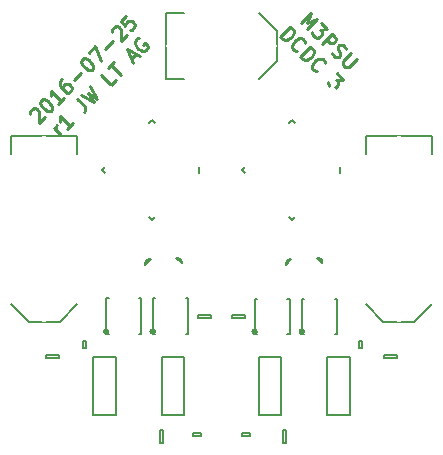
<source format=gto>
G04 #@! TF.FileFunction,Legend,Top*
%FSLAX46Y46*%
G04 Gerber Fmt 4.6, Leading zero omitted, Abs format (unit mm)*
G04 Created by KiCad (PCBNEW 4.1.0-alpha+201605071002+6776~44~ubuntu14.04.1-product) date Mon 25 Jul 2016 08:32:17 BST*
%MOMM*%
%LPD*%
G01*
G04 APERTURE LIST*
%ADD10C,0.100000*%
%ADD11C,0.250000*%
%ADD12C,0.150000*%
%ADD13R,0.450000X0.450000*%
%ADD14R,2.450000X1.036000*%
%ADD15R,2.450000X0.562000*%
%ADD16R,0.740000X2.920000*%
%ADD17R,0.950000X1.000000*%
%ADD18R,0.620000X0.620000*%
%ADD19R,1.000000X0.950000*%
%ADD20R,1.400000X4.200000*%
%ADD21C,1.200000*%
%ADD22R,2.920000X0.740000*%
%ADD23R,1.450000X1.150000*%
%ADD24R,1.150000X1.450000*%
G04 APERTURE END LIST*
D10*
D11*
X83779935Y-90242780D02*
X83779935Y-90161968D01*
X83820341Y-90040749D01*
X84022372Y-89838719D01*
X84143590Y-89798313D01*
X84224402Y-89798313D01*
X84345621Y-89838719D01*
X84426433Y-89919531D01*
X84507245Y-90081156D01*
X84507245Y-91050902D01*
X85032524Y-90525623D01*
X84709275Y-89151815D02*
X84790088Y-89071003D01*
X84911306Y-89030597D01*
X84992118Y-89030597D01*
X85113337Y-89071003D01*
X85315367Y-89192221D01*
X85517398Y-89394252D01*
X85638616Y-89596282D01*
X85679022Y-89717501D01*
X85679022Y-89798313D01*
X85638616Y-89919531D01*
X85557804Y-90000343D01*
X85436585Y-90040749D01*
X85355773Y-90040749D01*
X85234555Y-90000343D01*
X85032524Y-89879125D01*
X84830494Y-89677094D01*
X84709275Y-89475064D01*
X84668869Y-89353846D01*
X84668869Y-89273033D01*
X84709275Y-89151815D01*
X86648768Y-88909379D02*
X86163895Y-89394252D01*
X86406332Y-89151815D02*
X85557804Y-88303287D01*
X85598210Y-88505318D01*
X85598210Y-88666942D01*
X85557804Y-88788160D01*
X86527550Y-87333541D02*
X86365926Y-87495165D01*
X86325520Y-87616383D01*
X86325520Y-87697196D01*
X86365926Y-87899226D01*
X86487144Y-88101257D01*
X86810393Y-88424505D01*
X86931611Y-88464911D01*
X87012423Y-88464911D01*
X87133642Y-88424505D01*
X87295266Y-88262881D01*
X87335672Y-88141663D01*
X87335672Y-88060850D01*
X87295266Y-87939632D01*
X87093235Y-87737602D01*
X86972017Y-87697196D01*
X86891205Y-87697196D01*
X86769987Y-87737602D01*
X86608362Y-87899226D01*
X86567956Y-88020444D01*
X86567956Y-88101257D01*
X86608362Y-88222475D01*
X87497297Y-87414353D02*
X88143794Y-86767855D01*
X88184200Y-85676890D02*
X88265012Y-85596078D01*
X88386231Y-85555672D01*
X88467043Y-85555672D01*
X88588261Y-85596078D01*
X88790292Y-85717297D01*
X88992322Y-85919327D01*
X89113541Y-86121358D01*
X89153947Y-86242576D01*
X89153947Y-86323388D01*
X89113541Y-86444606D01*
X89032728Y-86525419D01*
X88911510Y-86565825D01*
X88830698Y-86565825D01*
X88709480Y-86525419D01*
X88507449Y-86404200D01*
X88305419Y-86202170D01*
X88184200Y-86000139D01*
X88143794Y-85878921D01*
X88143794Y-85798109D01*
X88184200Y-85676890D01*
X88749886Y-85111205D02*
X89315571Y-84545520D01*
X89800444Y-85757703D01*
X90164099Y-84747550D02*
X90810597Y-84101052D01*
X90729785Y-83292930D02*
X90729785Y-83212118D01*
X90770191Y-83090900D01*
X90972221Y-82888869D01*
X91093440Y-82848463D01*
X91174252Y-82848463D01*
X91295470Y-82888869D01*
X91376282Y-82969682D01*
X91457094Y-83131306D01*
X91457094Y-84101052D01*
X91982374Y-83575773D01*
X91901562Y-81959529D02*
X91497501Y-82363590D01*
X91861156Y-82808057D01*
X91861156Y-82727245D01*
X91901562Y-82606027D01*
X92103592Y-82403996D01*
X92224810Y-82363590D01*
X92305623Y-82363590D01*
X92426841Y-82403996D01*
X92628871Y-82606027D01*
X92669278Y-82727245D01*
X92669278Y-82808057D01*
X92628871Y-82929275D01*
X92426841Y-83131306D01*
X92305623Y-83171712D01*
X92224810Y-83171712D01*
X86421484Y-92035801D02*
X85855799Y-91470115D01*
X86017423Y-91631740D02*
X85977017Y-91510521D01*
X85977017Y-91429709D01*
X86017423Y-91308491D01*
X86098235Y-91227679D01*
X87391231Y-91066054D02*
X86906357Y-91550928D01*
X87148794Y-91308491D02*
X86300266Y-90459963D01*
X86340672Y-90661993D01*
X86340672Y-90823618D01*
X86300266Y-90944836D01*
X87795292Y-88964937D02*
X88401383Y-89571029D01*
X88482195Y-89732653D01*
X88482195Y-89894277D01*
X88401383Y-90055902D01*
X88320571Y-90136714D01*
X88118540Y-88641688D02*
X89169099Y-89288186D01*
X88724632Y-88520470D01*
X89492348Y-88964937D01*
X88845850Y-87914378D01*
X91068186Y-87389099D02*
X90664125Y-87793160D01*
X89815597Y-86944632D01*
X90381282Y-86378947D02*
X90866155Y-85894073D01*
X91472247Y-86985038D02*
X90623719Y-86136510D01*
X92361181Y-85611231D02*
X92765242Y-85207170D01*
X92522806Y-85934479D02*
X91957120Y-84803109D01*
X93088491Y-85368794D01*
X93007679Y-83833362D02*
X92886460Y-83873768D01*
X92765242Y-83994987D01*
X92684430Y-84156611D01*
X92684430Y-84318235D01*
X92724836Y-84439454D01*
X92846054Y-84641484D01*
X92967273Y-84762702D01*
X93169303Y-84883921D01*
X93290521Y-84924327D01*
X93452146Y-84924327D01*
X93613770Y-84843515D01*
X93694582Y-84762702D01*
X93775395Y-84601078D01*
X93775395Y-84520266D01*
X93492552Y-84237423D01*
X93330928Y-84399048D01*
X106691230Y-82529378D02*
X107539758Y-81680849D01*
X107216509Y-82569784D01*
X108105443Y-82246535D01*
X107256915Y-83095063D01*
X108428692Y-82569784D02*
X108953971Y-83095063D01*
X108347880Y-83135469D01*
X108469098Y-83256687D01*
X108509504Y-83377906D01*
X108509504Y-83458718D01*
X108469098Y-83579936D01*
X108267068Y-83781967D01*
X108145849Y-83822373D01*
X108065037Y-83822373D01*
X107943819Y-83781967D01*
X107701382Y-83539530D01*
X107660976Y-83418312D01*
X107660976Y-83337500D01*
X108469098Y-84307246D02*
X109317626Y-83458718D01*
X109640875Y-83781967D01*
X109681281Y-83903185D01*
X109681281Y-83983997D01*
X109640875Y-84105216D01*
X109519657Y-84226434D01*
X109398438Y-84266840D01*
X109317626Y-84266840D01*
X109196408Y-84226434D01*
X108873159Y-83903185D01*
X109317626Y-85074962D02*
X109398438Y-85236586D01*
X109600469Y-85438617D01*
X109721687Y-85479023D01*
X109802499Y-85479023D01*
X109923718Y-85438617D01*
X110004530Y-85357805D01*
X110044936Y-85236586D01*
X110044936Y-85155774D01*
X110004530Y-85034556D01*
X109883312Y-84832525D01*
X109842906Y-84711307D01*
X109842906Y-84630495D01*
X109883312Y-84509277D01*
X109964124Y-84428464D01*
X110085342Y-84388058D01*
X110166154Y-84388058D01*
X110287373Y-84428464D01*
X110489403Y-84630495D01*
X110570215Y-84792119D01*
X110974276Y-85115368D02*
X110287373Y-85802272D01*
X110246967Y-85923490D01*
X110246967Y-86004302D01*
X110287373Y-86125521D01*
X110448997Y-86287145D01*
X110570215Y-86327551D01*
X110651028Y-86327551D01*
X110772246Y-86287145D01*
X111459150Y-85600241D01*
X104979021Y-83716307D02*
X105827549Y-82867779D01*
X106029580Y-83069809D01*
X106110392Y-83231434D01*
X106110392Y-83393058D01*
X106069986Y-83514276D01*
X105948767Y-83716307D01*
X105827549Y-83837525D01*
X105625519Y-83958743D01*
X105504300Y-83999150D01*
X105342676Y-83999150D01*
X105181051Y-83918337D01*
X104979021Y-83716307D01*
X106393234Y-84968896D02*
X106312422Y-84968896D01*
X106150798Y-84888084D01*
X106069986Y-84807272D01*
X105989173Y-84645647D01*
X105989173Y-84484023D01*
X106029580Y-84362804D01*
X106150798Y-84160774D01*
X106272016Y-84039556D01*
X106474047Y-83918337D01*
X106595265Y-83877931D01*
X106756889Y-83877931D01*
X106918514Y-83958743D01*
X106999326Y-84039556D01*
X107080138Y-84201180D01*
X107080138Y-84281992D01*
X106676077Y-85413363D02*
X107524605Y-84564835D01*
X107726636Y-84766866D01*
X107807448Y-84928490D01*
X107807448Y-85090114D01*
X107767042Y-85211333D01*
X107645824Y-85413363D01*
X107524605Y-85534581D01*
X107322575Y-85655800D01*
X107201357Y-85696206D01*
X107039732Y-85696206D01*
X106878108Y-85615394D01*
X106676077Y-85413363D01*
X108090291Y-86665952D02*
X108009479Y-86665952D01*
X107847854Y-86585140D01*
X107767042Y-86504328D01*
X107686230Y-86342703D01*
X107686230Y-86181079D01*
X107726636Y-86059861D01*
X107847854Y-85857830D01*
X107969072Y-85736612D01*
X108171103Y-85615394D01*
X108292321Y-85574988D01*
X108453946Y-85574988D01*
X108615570Y-85655800D01*
X108696382Y-85736612D01*
X108777195Y-85898236D01*
X108777195Y-85979049D01*
X109787347Y-86827577D02*
X110312626Y-87352856D01*
X109706535Y-87393262D01*
X109827753Y-87514480D01*
X109868159Y-87635699D01*
X109868159Y-87716511D01*
X109827753Y-87837729D01*
X109625723Y-88039760D01*
X109504504Y-88080166D01*
X109423692Y-88080166D01*
X109302474Y-88039760D01*
X109060037Y-87797323D01*
X109019631Y-87676105D01*
X109019631Y-87595293D01*
D12*
X102911803Y-108700000D02*
G75*
G03X102911803Y-108700000I-111803J0D01*
G01*
X103000000Y-108700000D02*
G75*
G03X103000000Y-108700000I-200000J0D01*
G01*
X102800000Y-105900000D02*
X103020000Y-105900000D01*
X102800000Y-108900000D02*
X103020000Y-108900000D01*
X105800000Y-108900000D02*
X105580000Y-108900000D01*
X105800000Y-105900000D02*
X105580000Y-105900000D01*
X102800000Y-105900000D02*
X102800000Y-108900000D01*
X105800000Y-105900000D02*
X105800000Y-108900000D01*
X94286803Y-108686000D02*
G75*
G03X94286803Y-108686000I-111803J0D01*
G01*
X94375000Y-108686000D02*
G75*
G03X94375000Y-108686000I-200000J0D01*
G01*
X94175000Y-105886000D02*
X94395000Y-105886000D01*
X94175000Y-108886000D02*
X94395000Y-108886000D01*
X97175000Y-108886000D02*
X96955000Y-108886000D01*
X97175000Y-105886000D02*
X96955000Y-105886000D01*
X94175000Y-105886000D02*
X94175000Y-108886000D01*
X97175000Y-105886000D02*
X97175000Y-108886000D01*
X106911803Y-108700000D02*
G75*
G03X106911803Y-108700000I-111803J0D01*
G01*
X107000000Y-108700000D02*
G75*
G03X107000000Y-108700000I-200000J0D01*
G01*
X106800000Y-105900000D02*
X107020000Y-105900000D01*
X106800000Y-108900000D02*
X107020000Y-108900000D01*
X109800000Y-108900000D02*
X109580000Y-108900000D01*
X109800000Y-105900000D02*
X109580000Y-105900000D01*
X106800000Y-105900000D02*
X106800000Y-108900000D01*
X109800000Y-105900000D02*
X109800000Y-108900000D01*
X90336803Y-108686000D02*
G75*
G03X90336803Y-108686000I-111803J0D01*
G01*
X90425000Y-108686000D02*
G75*
G03X90425000Y-108686000I-200000J0D01*
G01*
X90225000Y-105886000D02*
X90445000Y-105886000D01*
X90225000Y-108886000D02*
X90445000Y-108886000D01*
X93225000Y-108886000D02*
X93005000Y-108886000D01*
X93225000Y-105886000D02*
X93005000Y-105886000D01*
X90225000Y-105886000D02*
X90225000Y-108886000D01*
X93225000Y-105886000D02*
X93225000Y-108886000D01*
X96810000Y-81715000D02*
X95310000Y-81715000D01*
X95310000Y-81715000D02*
X95310000Y-87285000D01*
X95310000Y-87285000D02*
X96810000Y-87285000D01*
X103190000Y-87285000D02*
X104690000Y-85785000D01*
X104690000Y-85785000D02*
X104690000Y-83215000D01*
X104690000Y-83215000D02*
X103190000Y-81715000D01*
X88525000Y-110125000D02*
X88275000Y-110125000D01*
X88275000Y-110125000D02*
X88275000Y-109475000D01*
X88275000Y-109475000D02*
X88525000Y-109475000D01*
X88525000Y-109475000D02*
X88525000Y-110125000D01*
X97575000Y-117525000D02*
X97575000Y-117275000D01*
X97575000Y-117275000D02*
X98225000Y-117275000D01*
X98225000Y-117275000D02*
X98225000Y-117525000D01*
X98225000Y-117525000D02*
X97575000Y-117525000D01*
X102425000Y-117275000D02*
X102425000Y-117525000D01*
X102425000Y-117525000D02*
X101775000Y-117525000D01*
X101775000Y-117525000D02*
X101775000Y-117275000D01*
X101775000Y-117275000D02*
X102425000Y-117275000D01*
X91050000Y-115725000D02*
X89150000Y-115725000D01*
X89150000Y-115725000D02*
X89150000Y-110875000D01*
X89150000Y-110875000D02*
X91050000Y-110875000D01*
X91050000Y-110875000D02*
X91050000Y-115725000D01*
X94950000Y-110875000D02*
X96850000Y-110875000D01*
X96850000Y-110875000D02*
X96850000Y-115725000D01*
X96850000Y-115725000D02*
X94950000Y-115725000D01*
X94950000Y-115725000D02*
X94950000Y-110875000D01*
X110850000Y-115725000D02*
X108950000Y-115725000D01*
X108950000Y-115725000D02*
X108950000Y-110875000D01*
X108950000Y-110875000D02*
X110850000Y-110875000D01*
X110850000Y-110875000D02*
X110850000Y-115725000D01*
X117785000Y-93635000D02*
X117785000Y-92135000D01*
X117785000Y-92135000D02*
X112215000Y-92135000D01*
X112215000Y-92135000D02*
X112215000Y-93635000D01*
X112215000Y-106365000D02*
X113715000Y-107865000D01*
X113715000Y-107865000D02*
X116285000Y-107865000D01*
X116285000Y-107865000D02*
X117785000Y-106365000D01*
X87785000Y-93635000D02*
X87785000Y-92135000D01*
X87785000Y-92135000D02*
X82215000Y-92135000D01*
X82215000Y-92135000D02*
X82215000Y-93635000D01*
X82215000Y-106365000D02*
X83715000Y-107865000D01*
X83715000Y-107865000D02*
X86285000Y-107865000D01*
X86285000Y-107865000D02*
X87785000Y-106365000D01*
X98095153Y-94752513D02*
X98095153Y-95247487D01*
X94347487Y-98995153D02*
X94100000Y-99242641D01*
X94100000Y-99242641D02*
X93852513Y-98995153D01*
X90104847Y-94752513D02*
X89857359Y-95000000D01*
X89857359Y-95000000D02*
X90104847Y-95247487D01*
X93852513Y-91004847D02*
X94100000Y-90757359D01*
X94100000Y-90757359D02*
X94347487Y-91004847D01*
X93611612Y-102611612D02*
X94018198Y-102558579D01*
X93611612Y-102611612D02*
X93558579Y-103018198D01*
X94018198Y-102558579D02*
X93558579Y-103018198D01*
X96588388Y-102511612D02*
X96641421Y-102918198D01*
X96588388Y-102511612D02*
X96181802Y-102458579D01*
X96641421Y-102918198D02*
X96181802Y-102458579D01*
X105511612Y-102611612D02*
X105918198Y-102558579D01*
X105511612Y-102611612D02*
X105458579Y-103018198D01*
X105918198Y-102558579D02*
X105458579Y-103018198D01*
X108488388Y-102511612D02*
X108541421Y-102918198D01*
X108488388Y-102511612D02*
X108081802Y-102458579D01*
X108541421Y-102918198D02*
X108081802Y-102458579D01*
X86250000Y-110675000D02*
X86250000Y-110925000D01*
X86250000Y-110925000D02*
X85150000Y-110925000D01*
X85150000Y-110925000D02*
X85150000Y-110675000D01*
X85150000Y-110675000D02*
X86250000Y-110675000D01*
X98050000Y-107525000D02*
X98050000Y-107275000D01*
X98050000Y-107275000D02*
X99150000Y-107275000D01*
X99150000Y-107275000D02*
X99150000Y-107525000D01*
X99150000Y-107525000D02*
X98050000Y-107525000D01*
X95025000Y-118150000D02*
X94775000Y-118150000D01*
X94775000Y-118150000D02*
X94775000Y-117050000D01*
X94775000Y-117050000D02*
X95025000Y-117050000D01*
X95025000Y-117050000D02*
X95025000Y-118150000D01*
X100850000Y-107525000D02*
X100850000Y-107275000D01*
X100850000Y-107275000D02*
X101950000Y-107275000D01*
X101950000Y-107275000D02*
X101950000Y-107525000D01*
X101950000Y-107525000D02*
X100850000Y-107525000D01*
X114850000Y-110675000D02*
X114850000Y-110925000D01*
X114850000Y-110925000D02*
X113750000Y-110925000D01*
X113750000Y-110925000D02*
X113750000Y-110675000D01*
X113750000Y-110675000D02*
X114850000Y-110675000D01*
X109995153Y-94752513D02*
X109995153Y-95247487D01*
X106247487Y-98995153D02*
X106000000Y-99242641D01*
X106000000Y-99242641D02*
X105752513Y-98995153D01*
X102004847Y-94752513D02*
X101757359Y-95000000D01*
X101757359Y-95000000D02*
X102004847Y-95247487D01*
X105752513Y-91004847D02*
X106000000Y-90757359D01*
X106000000Y-90757359D02*
X106247487Y-91004847D01*
X111925000Y-110125000D02*
X111675000Y-110125000D01*
X111675000Y-110125000D02*
X111675000Y-109475000D01*
X111675000Y-109475000D02*
X111925000Y-109475000D01*
X111925000Y-109475000D02*
X111925000Y-110125000D01*
X105050000Y-115725000D02*
X103150000Y-115725000D01*
X103150000Y-115725000D02*
X103150000Y-110875000D01*
X103150000Y-110875000D02*
X105050000Y-110875000D01*
X105050000Y-110875000D02*
X105050000Y-115725000D01*
X105175000Y-117050000D02*
X105425000Y-117050000D01*
X105425000Y-117050000D02*
X105425000Y-118150000D01*
X105425000Y-118150000D02*
X105175000Y-118150000D01*
X105175000Y-118150000D02*
X105175000Y-117050000D01*
%LPC*%
D13*
X105275000Y-108786000D03*
X104625000Y-108786000D03*
X103325000Y-108786000D03*
X103975000Y-108786000D03*
X103325000Y-106014000D03*
X103975000Y-106014000D03*
X104625000Y-106014000D03*
X105275000Y-106014000D03*
D14*
X104300000Y-106966000D03*
D15*
X104300000Y-108071000D03*
D13*
X96650000Y-108772000D03*
X96000000Y-108772000D03*
X94700000Y-108772000D03*
X95350000Y-108772000D03*
X94700000Y-106000000D03*
X95350000Y-106000000D03*
X96000000Y-106000000D03*
X96650000Y-106000000D03*
D14*
X95675000Y-106952000D03*
D15*
X95675000Y-108057000D03*
D13*
X109275000Y-108786000D03*
X108625000Y-108786000D03*
X107325000Y-108786000D03*
X107975000Y-108786000D03*
X107325000Y-106014000D03*
X107975000Y-106014000D03*
X108625000Y-106014000D03*
X109275000Y-106014000D03*
D14*
X108300000Y-106966000D03*
D15*
X108300000Y-108071000D03*
D13*
X92700000Y-108772000D03*
X92050000Y-108772000D03*
X90750000Y-108772000D03*
X91400000Y-108772000D03*
X90750000Y-106000000D03*
X91400000Y-106000000D03*
X92050000Y-106000000D03*
X92700000Y-106000000D03*
D14*
X91725000Y-106952000D03*
D15*
X91725000Y-108057000D03*
D10*
G36*
X92856604Y-90818198D02*
X92418198Y-91256604D01*
X91979792Y-90818198D01*
X92418198Y-90379792D01*
X92856604Y-90818198D01*
X92856604Y-90818198D01*
G37*
G36*
X92220208Y-90181802D02*
X91781802Y-90620208D01*
X91343396Y-90181802D01*
X91781802Y-89743396D01*
X92220208Y-90181802D01*
X92220208Y-90181802D01*
G37*
G36*
X104756604Y-90818198D02*
X104318198Y-91256604D01*
X103879792Y-90818198D01*
X104318198Y-90379792D01*
X104756604Y-90818198D01*
X104756604Y-90818198D01*
G37*
G36*
X104120208Y-90181802D02*
X103681802Y-90620208D01*
X103243396Y-90181802D01*
X103681802Y-89743396D01*
X104120208Y-90181802D01*
X104120208Y-90181802D01*
G37*
G36*
X107918198Y-100043396D02*
X108356604Y-100481802D01*
X107918198Y-100920208D01*
X107479792Y-100481802D01*
X107918198Y-100043396D01*
X107918198Y-100043396D01*
G37*
G36*
X107281802Y-100679792D02*
X107720208Y-101118198D01*
X107281802Y-101556604D01*
X106843396Y-101118198D01*
X107281802Y-100679792D01*
X107281802Y-100679792D01*
G37*
G36*
X96018198Y-100043396D02*
X96456604Y-100481802D01*
X96018198Y-100920208D01*
X95579792Y-100481802D01*
X96018198Y-100043396D01*
X96018198Y-100043396D01*
G37*
G36*
X95381802Y-100679792D02*
X95820208Y-101118198D01*
X95381802Y-101556604D01*
X94943396Y-101118198D01*
X95381802Y-100679792D01*
X95381802Y-100679792D01*
G37*
G36*
X92743396Y-88781802D02*
X93181802Y-88343396D01*
X93620208Y-88781802D01*
X93181802Y-89220208D01*
X92743396Y-88781802D01*
X92743396Y-88781802D01*
G37*
G36*
X93379792Y-89418198D02*
X93818198Y-88979792D01*
X94256604Y-89418198D01*
X93818198Y-89856604D01*
X93379792Y-89418198D01*
X93379792Y-89418198D01*
G37*
D16*
X97460000Y-86215000D03*
X97460000Y-82785000D03*
X98730000Y-86215000D03*
X98730000Y-82785000D03*
X100000000Y-86215000D03*
X100000000Y-82785000D03*
X101270000Y-86215000D03*
X101270000Y-82785000D03*
X102540000Y-86215000D03*
X102540000Y-82785000D03*
D10*
G36*
X104643396Y-88781802D02*
X105081802Y-88343396D01*
X105520208Y-88781802D01*
X105081802Y-89220208D01*
X104643396Y-88781802D01*
X104643396Y-88781802D01*
G37*
G36*
X105279792Y-89418198D02*
X105718198Y-88979792D01*
X106156604Y-89418198D01*
X105718198Y-89856604D01*
X105279792Y-89418198D01*
X105279792Y-89418198D01*
G37*
D17*
X89200000Y-109800000D03*
X87600000Y-109800000D03*
D10*
G36*
X90381802Y-99356604D02*
X89943396Y-98918198D01*
X90381802Y-98479792D01*
X90820208Y-98918198D01*
X90381802Y-99356604D01*
X90381802Y-99356604D01*
G37*
G36*
X91018198Y-98720208D02*
X90579792Y-98281802D01*
X91018198Y-97843396D01*
X91456604Y-98281802D01*
X91018198Y-98720208D01*
X91018198Y-98720208D01*
G37*
G36*
X91318198Y-88543396D02*
X91756604Y-88981802D01*
X91318198Y-89420208D01*
X90879792Y-88981802D01*
X91318198Y-88543396D01*
X91318198Y-88543396D01*
G37*
G36*
X90681802Y-89179792D02*
X91120208Y-89618198D01*
X90681802Y-90056604D01*
X90243396Y-89618198D01*
X90681802Y-89179792D01*
X90681802Y-89179792D01*
G37*
G36*
X91456604Y-92218198D02*
X91018198Y-92656604D01*
X90579792Y-92218198D01*
X91018198Y-91779792D01*
X91456604Y-92218198D01*
X91456604Y-92218198D01*
G37*
G36*
X90820208Y-91581802D02*
X90381802Y-92020208D01*
X89943396Y-91581802D01*
X90381802Y-91143396D01*
X90820208Y-91581802D01*
X90820208Y-91581802D01*
G37*
G36*
X90618198Y-87843396D02*
X91056604Y-88281802D01*
X90618198Y-88720208D01*
X90179792Y-88281802D01*
X90618198Y-87843396D01*
X90618198Y-87843396D01*
G37*
G36*
X89981802Y-88479792D02*
X90420208Y-88918198D01*
X89981802Y-89356604D01*
X89543396Y-88918198D01*
X89981802Y-88479792D01*
X89981802Y-88479792D01*
G37*
G36*
X90756604Y-92918198D02*
X90318198Y-93356604D01*
X89879792Y-92918198D01*
X90318198Y-92479792D01*
X90756604Y-92918198D01*
X90756604Y-92918198D01*
G37*
G36*
X90120208Y-92281802D02*
X89681802Y-92720208D01*
X89243396Y-92281802D01*
X89681802Y-91843396D01*
X90120208Y-92281802D01*
X90120208Y-92281802D01*
G37*
D18*
X99100000Y-99850000D03*
X99100000Y-98950000D03*
D10*
G36*
X96981802Y-90256604D02*
X96543396Y-89818198D01*
X96981802Y-89379792D01*
X97420208Y-89818198D01*
X96981802Y-90256604D01*
X96981802Y-90256604D01*
G37*
G36*
X97618198Y-89620208D02*
X97179792Y-89181802D01*
X97618198Y-88743396D01*
X98056604Y-89181802D01*
X97618198Y-89620208D01*
X97618198Y-89620208D01*
G37*
D18*
X98700000Y-97950000D03*
X98700000Y-97050000D03*
D10*
G36*
X90643396Y-90881802D02*
X91081802Y-90443396D01*
X91520208Y-90881802D01*
X91081802Y-91320208D01*
X90643396Y-90881802D01*
X90643396Y-90881802D01*
G37*
G36*
X91279792Y-91518198D02*
X91718198Y-91079792D01*
X92156604Y-91518198D01*
X91718198Y-91956604D01*
X91279792Y-91518198D01*
X91279792Y-91518198D01*
G37*
D19*
X97900000Y-118200000D03*
X97900000Y-116600000D03*
X102100000Y-116600000D03*
X102100000Y-118200000D03*
D10*
G36*
X103138406Y-100200000D02*
X102700000Y-100638406D01*
X102261594Y-100200000D01*
X102700000Y-99761594D01*
X103138406Y-100200000D01*
X103138406Y-100200000D01*
G37*
G36*
X102502010Y-99563604D02*
X102063604Y-100002010D01*
X101625198Y-99563604D01*
X102063604Y-99125198D01*
X102502010Y-99563604D01*
X102502010Y-99563604D01*
G37*
G36*
X113081802Y-90756604D02*
X112643396Y-90318198D01*
X113081802Y-89879792D01*
X113520208Y-90318198D01*
X113081802Y-90756604D01*
X113081802Y-90756604D01*
G37*
G36*
X113718198Y-90120208D02*
X113279792Y-89681802D01*
X113718198Y-89243396D01*
X114156604Y-89681802D01*
X113718198Y-90120208D01*
X113718198Y-90120208D01*
G37*
G36*
X103356604Y-92218198D02*
X102918198Y-92656604D01*
X102479792Y-92218198D01*
X102918198Y-91779792D01*
X103356604Y-92218198D01*
X103356604Y-92218198D01*
G37*
G36*
X102720208Y-91581802D02*
X102281802Y-92020208D01*
X101843396Y-91581802D01*
X102281802Y-91143396D01*
X102720208Y-91581802D01*
X102720208Y-91581802D01*
G37*
G36*
X113781802Y-91456604D02*
X113343396Y-91018198D01*
X113781802Y-90579792D01*
X114220208Y-91018198D01*
X113781802Y-91456604D01*
X113781802Y-91456604D01*
G37*
G36*
X114418198Y-90820208D02*
X113979792Y-90381802D01*
X114418198Y-89943396D01*
X114856604Y-90381802D01*
X114418198Y-90820208D01*
X114418198Y-90820208D01*
G37*
G36*
X102418198Y-92643396D02*
X102856604Y-93081802D01*
X102418198Y-93520208D01*
X101979792Y-93081802D01*
X102418198Y-92643396D01*
X102418198Y-92643396D01*
G37*
G36*
X101781802Y-93279792D02*
X102220208Y-93718198D01*
X101781802Y-94156604D01*
X101343396Y-93718198D01*
X101781802Y-93279792D01*
X101781802Y-93279792D01*
G37*
G36*
X110036396Y-88525198D02*
X110474802Y-88963604D01*
X110036396Y-89402010D01*
X109597990Y-88963604D01*
X110036396Y-88525198D01*
X110036396Y-88525198D01*
G37*
G36*
X109400000Y-89161594D02*
X109838406Y-89600000D01*
X109400000Y-90038406D01*
X108961594Y-89600000D01*
X109400000Y-89161594D01*
X109400000Y-89161594D01*
G37*
G36*
X112756604Y-89718198D02*
X112318198Y-90156604D01*
X111879792Y-89718198D01*
X112318198Y-89279792D01*
X112756604Y-89718198D01*
X112756604Y-89718198D01*
G37*
G36*
X112120208Y-89081802D02*
X111681802Y-89520208D01*
X111243396Y-89081802D01*
X111681802Y-88643396D01*
X112120208Y-89081802D01*
X112120208Y-89081802D01*
G37*
G36*
X109336396Y-87825198D02*
X109774802Y-88263604D01*
X109336396Y-88702010D01*
X108897990Y-88263604D01*
X109336396Y-87825198D01*
X109336396Y-87825198D01*
G37*
G36*
X108700000Y-88461594D02*
X109138406Y-88900000D01*
X108700000Y-89338406D01*
X108261594Y-88900000D01*
X108700000Y-88461594D01*
X108700000Y-88461594D01*
G37*
D20*
X91950000Y-113300000D03*
X88250000Y-113300000D03*
X94050000Y-113300000D03*
X97750000Y-113300000D03*
X111750000Y-113300000D03*
X108050000Y-113300000D03*
D21*
X115000000Y-107305000D03*
X115000000Y-92695000D03*
D22*
X113285000Y-94285000D03*
X116715000Y-94285000D03*
X113285000Y-95555000D03*
X116715000Y-95555000D03*
X113285000Y-96825000D03*
X116715000Y-96825000D03*
X113285000Y-98095000D03*
X116715000Y-98095000D03*
X113285000Y-99365000D03*
X116715000Y-99365000D03*
X113285000Y-100635000D03*
X116715000Y-100635000D03*
X113285000Y-101905000D03*
X116715000Y-101905000D03*
X113285000Y-103175000D03*
X116715000Y-103175000D03*
X113285000Y-104445000D03*
X116715000Y-104445000D03*
X113285000Y-105715000D03*
X116715000Y-105715000D03*
D21*
X85000000Y-107305000D03*
X85000000Y-92695000D03*
D22*
X83285000Y-94285000D03*
X86715000Y-94285000D03*
X83285000Y-95555000D03*
X86715000Y-95555000D03*
X83285000Y-96825000D03*
X86715000Y-96825000D03*
X83285000Y-98095000D03*
X86715000Y-98095000D03*
X83285000Y-99365000D03*
X86715000Y-99365000D03*
X83285000Y-100635000D03*
X86715000Y-100635000D03*
X83285000Y-101905000D03*
X86715000Y-101905000D03*
X83285000Y-103175000D03*
X86715000Y-103175000D03*
X83285000Y-104445000D03*
X86715000Y-104445000D03*
X83285000Y-105715000D03*
X86715000Y-105715000D03*
D10*
G36*
X97900699Y-94204505D02*
X98077476Y-94381282D01*
X97582501Y-94876257D01*
X97405724Y-94699480D01*
X97900699Y-94204505D01*
X97900699Y-94204505D01*
G37*
G36*
X97547146Y-93850951D02*
X97723923Y-94027728D01*
X97228948Y-94522703D01*
X97052171Y-94345926D01*
X97547146Y-93850951D01*
X97547146Y-93850951D01*
G37*
G36*
X97193592Y-93497398D02*
X97370369Y-93674175D01*
X96875394Y-94169150D01*
X96698617Y-93992373D01*
X97193592Y-93497398D01*
X97193592Y-93497398D01*
G37*
G36*
X96840039Y-93143844D02*
X97016816Y-93320621D01*
X96521841Y-93815596D01*
X96345064Y-93638819D01*
X96840039Y-93143844D01*
X96840039Y-93143844D01*
G37*
G36*
X96486485Y-92790291D02*
X96663262Y-92967068D01*
X96168287Y-93462043D01*
X95991510Y-93285266D01*
X96486485Y-92790291D01*
X96486485Y-92790291D01*
G37*
G36*
X96132932Y-92436738D02*
X96309709Y-92613515D01*
X95814734Y-93108490D01*
X95637957Y-92931713D01*
X96132932Y-92436738D01*
X96132932Y-92436738D01*
G37*
G36*
X95779379Y-92083184D02*
X95956156Y-92259961D01*
X95461181Y-92754936D01*
X95284404Y-92578159D01*
X95779379Y-92083184D01*
X95779379Y-92083184D01*
G37*
G36*
X95425825Y-91729631D02*
X95602602Y-91906408D01*
X95107627Y-92401383D01*
X94930850Y-92224606D01*
X95425825Y-91729631D01*
X95425825Y-91729631D01*
G37*
G36*
X95072272Y-91376077D02*
X95249049Y-91552854D01*
X94754074Y-92047829D01*
X94577297Y-91871052D01*
X95072272Y-91376077D01*
X95072272Y-91376077D01*
G37*
G36*
X94718718Y-91022524D02*
X94895495Y-91199301D01*
X94400520Y-91694276D01*
X94223743Y-91517499D01*
X94718718Y-91022524D01*
X94718718Y-91022524D01*
G37*
G36*
X93481282Y-91022524D02*
X93976257Y-91517499D01*
X93799480Y-91694276D01*
X93304505Y-91199301D01*
X93481282Y-91022524D01*
X93481282Y-91022524D01*
G37*
G36*
X93127728Y-91376077D02*
X93622703Y-91871052D01*
X93445926Y-92047829D01*
X92950951Y-91552854D01*
X93127728Y-91376077D01*
X93127728Y-91376077D01*
G37*
G36*
X92774175Y-91729631D02*
X93269150Y-92224606D01*
X93092373Y-92401383D01*
X92597398Y-91906408D01*
X92774175Y-91729631D01*
X92774175Y-91729631D01*
G37*
G36*
X92420621Y-92083184D02*
X92915596Y-92578159D01*
X92738819Y-92754936D01*
X92243844Y-92259961D01*
X92420621Y-92083184D01*
X92420621Y-92083184D01*
G37*
G36*
X92067068Y-92436738D02*
X92562043Y-92931713D01*
X92385266Y-93108490D01*
X91890291Y-92613515D01*
X92067068Y-92436738D01*
X92067068Y-92436738D01*
G37*
G36*
X91713515Y-92790291D02*
X92208490Y-93285266D01*
X92031713Y-93462043D01*
X91536738Y-92967068D01*
X91713515Y-92790291D01*
X91713515Y-92790291D01*
G37*
G36*
X91359961Y-93143844D02*
X91854936Y-93638819D01*
X91678159Y-93815596D01*
X91183184Y-93320621D01*
X91359961Y-93143844D01*
X91359961Y-93143844D01*
G37*
G36*
X91006408Y-93497398D02*
X91501383Y-93992373D01*
X91324606Y-94169150D01*
X90829631Y-93674175D01*
X91006408Y-93497398D01*
X91006408Y-93497398D01*
G37*
G36*
X90652854Y-93850951D02*
X91147829Y-94345926D01*
X90971052Y-94522703D01*
X90476077Y-94027728D01*
X90652854Y-93850951D01*
X90652854Y-93850951D01*
G37*
G36*
X90299301Y-94204505D02*
X90794276Y-94699480D01*
X90617499Y-94876257D01*
X90122524Y-94381282D01*
X90299301Y-94204505D01*
X90299301Y-94204505D01*
G37*
G36*
X90617499Y-95123743D02*
X90794276Y-95300520D01*
X90299301Y-95795495D01*
X90122524Y-95618718D01*
X90617499Y-95123743D01*
X90617499Y-95123743D01*
G37*
G36*
X90971052Y-95477297D02*
X91147829Y-95654074D01*
X90652854Y-96149049D01*
X90476077Y-95972272D01*
X90971052Y-95477297D01*
X90971052Y-95477297D01*
G37*
G36*
X91324606Y-95830850D02*
X91501383Y-96007627D01*
X91006408Y-96502602D01*
X90829631Y-96325825D01*
X91324606Y-95830850D01*
X91324606Y-95830850D01*
G37*
G36*
X91678159Y-96184404D02*
X91854936Y-96361181D01*
X91359961Y-96856156D01*
X91183184Y-96679379D01*
X91678159Y-96184404D01*
X91678159Y-96184404D01*
G37*
G36*
X92031713Y-96537957D02*
X92208490Y-96714734D01*
X91713515Y-97209709D01*
X91536738Y-97032932D01*
X92031713Y-96537957D01*
X92031713Y-96537957D01*
G37*
G36*
X92385266Y-96891510D02*
X92562043Y-97068287D01*
X92067068Y-97563262D01*
X91890291Y-97386485D01*
X92385266Y-96891510D01*
X92385266Y-96891510D01*
G37*
G36*
X92738819Y-97245064D02*
X92915596Y-97421841D01*
X92420621Y-97916816D01*
X92243844Y-97740039D01*
X92738819Y-97245064D01*
X92738819Y-97245064D01*
G37*
G36*
X93092373Y-97598617D02*
X93269150Y-97775394D01*
X92774175Y-98270369D01*
X92597398Y-98093592D01*
X93092373Y-97598617D01*
X93092373Y-97598617D01*
G37*
G36*
X93445926Y-97952171D02*
X93622703Y-98128948D01*
X93127728Y-98623923D01*
X92950951Y-98447146D01*
X93445926Y-97952171D01*
X93445926Y-97952171D01*
G37*
G36*
X93799480Y-98305724D02*
X93976257Y-98482501D01*
X93481282Y-98977476D01*
X93304505Y-98800699D01*
X93799480Y-98305724D01*
X93799480Y-98305724D01*
G37*
G36*
X94400520Y-98305724D02*
X94895495Y-98800699D01*
X94718718Y-98977476D01*
X94223743Y-98482501D01*
X94400520Y-98305724D01*
X94400520Y-98305724D01*
G37*
G36*
X94754074Y-97952171D02*
X95249049Y-98447146D01*
X95072272Y-98623923D01*
X94577297Y-98128948D01*
X94754074Y-97952171D01*
X94754074Y-97952171D01*
G37*
G36*
X95107627Y-97598617D02*
X95602602Y-98093592D01*
X95425825Y-98270369D01*
X94930850Y-97775394D01*
X95107627Y-97598617D01*
X95107627Y-97598617D01*
G37*
G36*
X95461181Y-97245064D02*
X95956156Y-97740039D01*
X95779379Y-97916816D01*
X95284404Y-97421841D01*
X95461181Y-97245064D01*
X95461181Y-97245064D01*
G37*
G36*
X95814734Y-96891510D02*
X96309709Y-97386485D01*
X96132932Y-97563262D01*
X95637957Y-97068287D01*
X95814734Y-96891510D01*
X95814734Y-96891510D01*
G37*
G36*
X96168287Y-96537957D02*
X96663262Y-97032932D01*
X96486485Y-97209709D01*
X95991510Y-96714734D01*
X96168287Y-96537957D01*
X96168287Y-96537957D01*
G37*
G36*
X96521841Y-96184404D02*
X97016816Y-96679379D01*
X96840039Y-96856156D01*
X96345064Y-96361181D01*
X96521841Y-96184404D01*
X96521841Y-96184404D01*
G37*
G36*
X96875394Y-95830850D02*
X97370369Y-96325825D01*
X97193592Y-96502602D01*
X96698617Y-96007627D01*
X96875394Y-95830850D01*
X96875394Y-95830850D01*
G37*
G36*
X97228948Y-95477297D02*
X97723923Y-95972272D01*
X97547146Y-96149049D01*
X97052171Y-95654074D01*
X97228948Y-95477297D01*
X97228948Y-95477297D01*
G37*
G36*
X97582501Y-95123743D02*
X98077476Y-95618718D01*
X97900699Y-95795495D01*
X97405724Y-95300520D01*
X97582501Y-95123743D01*
X97582501Y-95123743D01*
G37*
G36*
X96709224Y-94482398D02*
X97226826Y-95000000D01*
X96709224Y-95517602D01*
X96191622Y-95000000D01*
X96709224Y-94482398D01*
X96709224Y-94482398D01*
G37*
G36*
X95839483Y-93612657D02*
X96357085Y-94130259D01*
X95839483Y-94647861D01*
X95321881Y-94130259D01*
X95839483Y-93612657D01*
X95839483Y-93612657D01*
G37*
G36*
X94969741Y-92742915D02*
X95487343Y-93260517D01*
X94969741Y-93778119D01*
X94452139Y-93260517D01*
X94969741Y-92742915D01*
X94969741Y-92742915D01*
G37*
G36*
X94100000Y-91873174D02*
X94617602Y-92390776D01*
X94100000Y-92908378D01*
X93582398Y-92390776D01*
X94100000Y-91873174D01*
X94100000Y-91873174D01*
G37*
G36*
X95839483Y-95352139D02*
X96357085Y-95869741D01*
X95839483Y-96387343D01*
X95321881Y-95869741D01*
X95839483Y-95352139D01*
X95839483Y-95352139D01*
G37*
G36*
X94969741Y-94482398D02*
X95487343Y-95000000D01*
X94969741Y-95517602D01*
X94452139Y-95000000D01*
X94969741Y-94482398D01*
X94969741Y-94482398D01*
G37*
G36*
X94100000Y-93612657D02*
X94617602Y-94130259D01*
X94100000Y-94647861D01*
X93582398Y-94130259D01*
X94100000Y-93612657D01*
X94100000Y-93612657D01*
G37*
G36*
X93230259Y-92742915D02*
X93747861Y-93260517D01*
X93230259Y-93778119D01*
X92712657Y-93260517D01*
X93230259Y-92742915D01*
X93230259Y-92742915D01*
G37*
G36*
X94969741Y-96221881D02*
X95487343Y-96739483D01*
X94969741Y-97257085D01*
X94452139Y-96739483D01*
X94969741Y-96221881D01*
X94969741Y-96221881D01*
G37*
G36*
X94100000Y-95352139D02*
X94617602Y-95869741D01*
X94100000Y-96387343D01*
X93582398Y-95869741D01*
X94100000Y-95352139D01*
X94100000Y-95352139D01*
G37*
G36*
X93230259Y-94482398D02*
X93747861Y-95000000D01*
X93230259Y-95517602D01*
X92712657Y-95000000D01*
X93230259Y-94482398D01*
X93230259Y-94482398D01*
G37*
G36*
X92360517Y-93612657D02*
X92878119Y-94130259D01*
X92360517Y-94647861D01*
X91842915Y-94130259D01*
X92360517Y-93612657D01*
X92360517Y-93612657D01*
G37*
G36*
X94100000Y-97091622D02*
X94617602Y-97609224D01*
X94100000Y-98126826D01*
X93582398Y-97609224D01*
X94100000Y-97091622D01*
X94100000Y-97091622D01*
G37*
G36*
X93230259Y-96221881D02*
X93747861Y-96739483D01*
X93230259Y-97257085D01*
X92712657Y-96739483D01*
X93230259Y-96221881D01*
X93230259Y-96221881D01*
G37*
G36*
X92360517Y-95352139D02*
X92878119Y-95869741D01*
X92360517Y-96387343D01*
X91842915Y-95869741D01*
X92360517Y-95352139D01*
X92360517Y-95352139D01*
G37*
G36*
X91490776Y-94482398D02*
X92008378Y-95000000D01*
X91490776Y-95517602D01*
X90973174Y-95000000D01*
X91490776Y-94482398D01*
X91490776Y-94482398D01*
G37*
G36*
X92444886Y-102151993D02*
X93151993Y-101444886D01*
X93823744Y-102116637D01*
X93116637Y-102823744D01*
X92444886Y-102151993D01*
X92444886Y-102151993D01*
G37*
G36*
X93576256Y-103283363D02*
X94283363Y-102576256D01*
X94955114Y-103248007D01*
X94248007Y-103955114D01*
X93576256Y-103283363D01*
X93576256Y-103283363D01*
G37*
G36*
X97048007Y-101344886D02*
X97755114Y-102051993D01*
X97083363Y-102723744D01*
X96376256Y-102016637D01*
X97048007Y-101344886D01*
X97048007Y-101344886D01*
G37*
G36*
X95916637Y-102476256D02*
X96623744Y-103183363D01*
X95951993Y-103855114D01*
X95244886Y-103148007D01*
X95916637Y-102476256D01*
X95916637Y-102476256D01*
G37*
G36*
X104344886Y-102151993D02*
X105051993Y-101444886D01*
X105723744Y-102116637D01*
X105016637Y-102823744D01*
X104344886Y-102151993D01*
X104344886Y-102151993D01*
G37*
G36*
X105476256Y-103283363D02*
X106183363Y-102576256D01*
X106855114Y-103248007D01*
X106148007Y-103955114D01*
X105476256Y-103283363D01*
X105476256Y-103283363D01*
G37*
G36*
X108948007Y-101344886D02*
X109655114Y-102051993D01*
X108983363Y-102723744D01*
X108276256Y-102016637D01*
X108948007Y-101344886D01*
X108948007Y-101344886D01*
G37*
G36*
X107816637Y-102476256D02*
X108523744Y-103183363D01*
X107851993Y-103855114D01*
X107144886Y-103148007D01*
X107816637Y-102476256D01*
X107816637Y-102476256D01*
G37*
D23*
X85700000Y-109900000D03*
X85700000Y-111700000D03*
D10*
G36*
X92043396Y-89481802D02*
X92481802Y-89043396D01*
X92920208Y-89481802D01*
X92481802Y-89920208D01*
X92043396Y-89481802D01*
X92043396Y-89481802D01*
G37*
G36*
X92679792Y-90118198D02*
X93118198Y-89679792D01*
X93556604Y-90118198D01*
X93118198Y-90556604D01*
X92679792Y-90118198D01*
X92679792Y-90118198D01*
G37*
G36*
X95218198Y-99243396D02*
X95656604Y-99681802D01*
X95218198Y-100120208D01*
X94779792Y-99681802D01*
X95218198Y-99243396D01*
X95218198Y-99243396D01*
G37*
G36*
X94581802Y-99879792D02*
X95020208Y-100318198D01*
X94581802Y-100756604D01*
X94143396Y-100318198D01*
X94581802Y-99879792D01*
X94581802Y-99879792D01*
G37*
G36*
X93156604Y-103618198D02*
X92718198Y-104056604D01*
X92279792Y-103618198D01*
X92718198Y-103179792D01*
X93156604Y-103618198D01*
X93156604Y-103618198D01*
G37*
G36*
X92520208Y-102981802D02*
X92081802Y-103420208D01*
X91643396Y-102981802D01*
X92081802Y-102543396D01*
X92520208Y-102981802D01*
X92520208Y-102981802D01*
G37*
G36*
X88543396Y-92981802D02*
X88981802Y-92543396D01*
X89420208Y-92981802D01*
X88981802Y-93420208D01*
X88543396Y-92981802D01*
X88543396Y-92981802D01*
G37*
G36*
X89179792Y-93618198D02*
X89618198Y-93179792D01*
X90056604Y-93618198D01*
X89618198Y-94056604D01*
X89179792Y-93618198D01*
X89179792Y-93618198D01*
G37*
G36*
X89618198Y-96443396D02*
X90056604Y-96881802D01*
X89618198Y-97320208D01*
X89179792Y-96881802D01*
X89618198Y-96443396D01*
X89618198Y-96443396D01*
G37*
G36*
X88981802Y-97079792D02*
X89420208Y-97518198D01*
X88981802Y-97956604D01*
X88543396Y-97518198D01*
X88981802Y-97079792D01*
X88981802Y-97079792D01*
G37*
G36*
X99256604Y-93318198D02*
X98818198Y-93756604D01*
X98379792Y-93318198D01*
X98818198Y-92879792D01*
X99256604Y-93318198D01*
X99256604Y-93318198D01*
G37*
G36*
X98620208Y-92681802D02*
X98181802Y-93120208D01*
X97743396Y-92681802D01*
X98181802Y-92243396D01*
X98620208Y-92681802D01*
X98620208Y-92681802D01*
G37*
D23*
X98600000Y-108300000D03*
X98600000Y-106500000D03*
D10*
G36*
X97956604Y-91718198D02*
X97518198Y-92156604D01*
X97079792Y-91718198D01*
X97518198Y-91279792D01*
X97956604Y-91718198D01*
X97956604Y-91718198D01*
G37*
G36*
X97320208Y-91081802D02*
X96881802Y-91520208D01*
X96443396Y-91081802D01*
X96881802Y-90643396D01*
X97320208Y-91081802D01*
X97320208Y-91081802D01*
G37*
G36*
X99018198Y-90143396D02*
X99456604Y-90581802D01*
X99018198Y-91020208D01*
X98579792Y-90581802D01*
X99018198Y-90143396D01*
X99018198Y-90143396D01*
G37*
G36*
X98381802Y-90779792D02*
X98820208Y-91218198D01*
X98381802Y-91656604D01*
X97943396Y-91218198D01*
X98381802Y-90779792D01*
X98381802Y-90779792D01*
G37*
G36*
X98318198Y-89443396D02*
X98756604Y-89881802D01*
X98318198Y-90320208D01*
X97879792Y-89881802D01*
X98318198Y-89443396D01*
X98318198Y-89443396D01*
G37*
G36*
X97681802Y-90079792D02*
X98120208Y-90518198D01*
X97681802Y-90956604D01*
X97243396Y-90518198D01*
X97681802Y-90079792D01*
X97681802Y-90079792D01*
G37*
G36*
X98018198Y-102543396D02*
X98456604Y-102981802D01*
X98018198Y-103420208D01*
X97579792Y-102981802D01*
X98018198Y-102543396D01*
X98018198Y-102543396D01*
G37*
G36*
X97381802Y-103179792D02*
X97820208Y-103618198D01*
X97381802Y-104056604D01*
X96943396Y-103618198D01*
X97381802Y-103179792D01*
X97381802Y-103179792D01*
G37*
D24*
X95800000Y-117600000D03*
X94000000Y-117600000D03*
D10*
G36*
X103943396Y-89481802D02*
X104381802Y-89043396D01*
X104820208Y-89481802D01*
X104381802Y-89920208D01*
X103943396Y-89481802D01*
X103943396Y-89481802D01*
G37*
G36*
X104579792Y-90118198D02*
X105018198Y-89679792D01*
X105456604Y-90118198D01*
X105018198Y-90556604D01*
X104579792Y-90118198D01*
X104579792Y-90118198D01*
G37*
G36*
X107118198Y-99243396D02*
X107556604Y-99681802D01*
X107118198Y-100120208D01*
X106679792Y-99681802D01*
X107118198Y-99243396D01*
X107118198Y-99243396D01*
G37*
G36*
X106481802Y-99879792D02*
X106920208Y-100318198D01*
X106481802Y-100756604D01*
X106043396Y-100318198D01*
X106481802Y-99879792D01*
X106481802Y-99879792D01*
G37*
G36*
X103818198Y-98193396D02*
X104256604Y-98631802D01*
X103818198Y-99070208D01*
X103379792Y-98631802D01*
X103818198Y-98193396D01*
X103818198Y-98193396D01*
G37*
G36*
X103181802Y-98829792D02*
X103620208Y-99268198D01*
X103181802Y-99706604D01*
X102743396Y-99268198D01*
X103181802Y-98829792D01*
X103181802Y-98829792D01*
G37*
G36*
X105056604Y-103618198D02*
X104618198Y-104056604D01*
X104179792Y-103618198D01*
X104618198Y-103179792D01*
X105056604Y-103618198D01*
X105056604Y-103618198D01*
G37*
G36*
X104420208Y-102981802D02*
X103981802Y-103420208D01*
X103543396Y-102981802D01*
X103981802Y-102543396D01*
X104420208Y-102981802D01*
X104420208Y-102981802D01*
G37*
D18*
X101600000Y-96700000D03*
X101600000Y-97600000D03*
D10*
G36*
X102968198Y-97343396D02*
X103406604Y-97781802D01*
X102968198Y-98220208D01*
X102529792Y-97781802D01*
X102968198Y-97343396D01*
X102968198Y-97343396D01*
G37*
G36*
X102331802Y-97979792D02*
X102770208Y-98418198D01*
X102331802Y-98856604D01*
X101893396Y-98418198D01*
X102331802Y-97979792D01*
X102331802Y-97979792D01*
G37*
G36*
X111006604Y-92868198D02*
X110568198Y-93306604D01*
X110129792Y-92868198D01*
X110568198Y-92429792D01*
X111006604Y-92868198D01*
X111006604Y-92868198D01*
G37*
G36*
X110370208Y-92231802D02*
X109931802Y-92670208D01*
X109493396Y-92231802D01*
X109931802Y-91793396D01*
X110370208Y-92231802D01*
X110370208Y-92231802D01*
G37*
D23*
X101400000Y-108300000D03*
X101400000Y-106500000D03*
D10*
G36*
X109556604Y-91418198D02*
X109118198Y-91856604D01*
X108679792Y-91418198D01*
X109118198Y-90979792D01*
X109556604Y-91418198D01*
X109556604Y-91418198D01*
G37*
G36*
X108920208Y-90781802D02*
X108481802Y-91220208D01*
X108043396Y-90781802D01*
X108481802Y-90343396D01*
X108920208Y-90781802D01*
X108920208Y-90781802D01*
G37*
G36*
X110543396Y-89781802D02*
X110981802Y-89343396D01*
X111420208Y-89781802D01*
X110981802Y-90220208D01*
X110543396Y-89781802D01*
X110543396Y-89781802D01*
G37*
G36*
X111179792Y-90418198D02*
X111618198Y-89979792D01*
X112056604Y-90418198D01*
X111618198Y-90856604D01*
X111179792Y-90418198D01*
X111179792Y-90418198D01*
G37*
D23*
X114300000Y-109900000D03*
X114300000Y-111700000D03*
D10*
G36*
X109800699Y-94204505D02*
X109977476Y-94381282D01*
X109482501Y-94876257D01*
X109305724Y-94699480D01*
X109800699Y-94204505D01*
X109800699Y-94204505D01*
G37*
G36*
X109447146Y-93850951D02*
X109623923Y-94027728D01*
X109128948Y-94522703D01*
X108952171Y-94345926D01*
X109447146Y-93850951D01*
X109447146Y-93850951D01*
G37*
G36*
X109093592Y-93497398D02*
X109270369Y-93674175D01*
X108775394Y-94169150D01*
X108598617Y-93992373D01*
X109093592Y-93497398D01*
X109093592Y-93497398D01*
G37*
G36*
X108740039Y-93143844D02*
X108916816Y-93320621D01*
X108421841Y-93815596D01*
X108245064Y-93638819D01*
X108740039Y-93143844D01*
X108740039Y-93143844D01*
G37*
G36*
X108386485Y-92790291D02*
X108563262Y-92967068D01*
X108068287Y-93462043D01*
X107891510Y-93285266D01*
X108386485Y-92790291D01*
X108386485Y-92790291D01*
G37*
G36*
X108032932Y-92436738D02*
X108209709Y-92613515D01*
X107714734Y-93108490D01*
X107537957Y-92931713D01*
X108032932Y-92436738D01*
X108032932Y-92436738D01*
G37*
G36*
X107679379Y-92083184D02*
X107856156Y-92259961D01*
X107361181Y-92754936D01*
X107184404Y-92578159D01*
X107679379Y-92083184D01*
X107679379Y-92083184D01*
G37*
G36*
X107325825Y-91729631D02*
X107502602Y-91906408D01*
X107007627Y-92401383D01*
X106830850Y-92224606D01*
X107325825Y-91729631D01*
X107325825Y-91729631D01*
G37*
G36*
X106972272Y-91376077D02*
X107149049Y-91552854D01*
X106654074Y-92047829D01*
X106477297Y-91871052D01*
X106972272Y-91376077D01*
X106972272Y-91376077D01*
G37*
G36*
X106618718Y-91022524D02*
X106795495Y-91199301D01*
X106300520Y-91694276D01*
X106123743Y-91517499D01*
X106618718Y-91022524D01*
X106618718Y-91022524D01*
G37*
G36*
X105381282Y-91022524D02*
X105876257Y-91517499D01*
X105699480Y-91694276D01*
X105204505Y-91199301D01*
X105381282Y-91022524D01*
X105381282Y-91022524D01*
G37*
G36*
X105027728Y-91376077D02*
X105522703Y-91871052D01*
X105345926Y-92047829D01*
X104850951Y-91552854D01*
X105027728Y-91376077D01*
X105027728Y-91376077D01*
G37*
G36*
X104674175Y-91729631D02*
X105169150Y-92224606D01*
X104992373Y-92401383D01*
X104497398Y-91906408D01*
X104674175Y-91729631D01*
X104674175Y-91729631D01*
G37*
G36*
X104320621Y-92083184D02*
X104815596Y-92578159D01*
X104638819Y-92754936D01*
X104143844Y-92259961D01*
X104320621Y-92083184D01*
X104320621Y-92083184D01*
G37*
G36*
X103967068Y-92436738D02*
X104462043Y-92931713D01*
X104285266Y-93108490D01*
X103790291Y-92613515D01*
X103967068Y-92436738D01*
X103967068Y-92436738D01*
G37*
G36*
X103613515Y-92790291D02*
X104108490Y-93285266D01*
X103931713Y-93462043D01*
X103436738Y-92967068D01*
X103613515Y-92790291D01*
X103613515Y-92790291D01*
G37*
G36*
X103259961Y-93143844D02*
X103754936Y-93638819D01*
X103578159Y-93815596D01*
X103083184Y-93320621D01*
X103259961Y-93143844D01*
X103259961Y-93143844D01*
G37*
G36*
X102906408Y-93497398D02*
X103401383Y-93992373D01*
X103224606Y-94169150D01*
X102729631Y-93674175D01*
X102906408Y-93497398D01*
X102906408Y-93497398D01*
G37*
G36*
X102552854Y-93850951D02*
X103047829Y-94345926D01*
X102871052Y-94522703D01*
X102376077Y-94027728D01*
X102552854Y-93850951D01*
X102552854Y-93850951D01*
G37*
G36*
X102199301Y-94204505D02*
X102694276Y-94699480D01*
X102517499Y-94876257D01*
X102022524Y-94381282D01*
X102199301Y-94204505D01*
X102199301Y-94204505D01*
G37*
G36*
X102517499Y-95123743D02*
X102694276Y-95300520D01*
X102199301Y-95795495D01*
X102022524Y-95618718D01*
X102517499Y-95123743D01*
X102517499Y-95123743D01*
G37*
G36*
X102871052Y-95477297D02*
X103047829Y-95654074D01*
X102552854Y-96149049D01*
X102376077Y-95972272D01*
X102871052Y-95477297D01*
X102871052Y-95477297D01*
G37*
G36*
X103224606Y-95830850D02*
X103401383Y-96007627D01*
X102906408Y-96502602D01*
X102729631Y-96325825D01*
X103224606Y-95830850D01*
X103224606Y-95830850D01*
G37*
G36*
X103578159Y-96184404D02*
X103754936Y-96361181D01*
X103259961Y-96856156D01*
X103083184Y-96679379D01*
X103578159Y-96184404D01*
X103578159Y-96184404D01*
G37*
G36*
X103931713Y-96537957D02*
X104108490Y-96714734D01*
X103613515Y-97209709D01*
X103436738Y-97032932D01*
X103931713Y-96537957D01*
X103931713Y-96537957D01*
G37*
G36*
X104285266Y-96891510D02*
X104462043Y-97068287D01*
X103967068Y-97563262D01*
X103790291Y-97386485D01*
X104285266Y-96891510D01*
X104285266Y-96891510D01*
G37*
G36*
X104638819Y-97245064D02*
X104815596Y-97421841D01*
X104320621Y-97916816D01*
X104143844Y-97740039D01*
X104638819Y-97245064D01*
X104638819Y-97245064D01*
G37*
G36*
X104992373Y-97598617D02*
X105169150Y-97775394D01*
X104674175Y-98270369D01*
X104497398Y-98093592D01*
X104992373Y-97598617D01*
X104992373Y-97598617D01*
G37*
G36*
X105345926Y-97952171D02*
X105522703Y-98128948D01*
X105027728Y-98623923D01*
X104850951Y-98447146D01*
X105345926Y-97952171D01*
X105345926Y-97952171D01*
G37*
G36*
X105699480Y-98305724D02*
X105876257Y-98482501D01*
X105381282Y-98977476D01*
X105204505Y-98800699D01*
X105699480Y-98305724D01*
X105699480Y-98305724D01*
G37*
G36*
X106300520Y-98305724D02*
X106795495Y-98800699D01*
X106618718Y-98977476D01*
X106123743Y-98482501D01*
X106300520Y-98305724D01*
X106300520Y-98305724D01*
G37*
G36*
X106654074Y-97952171D02*
X107149049Y-98447146D01*
X106972272Y-98623923D01*
X106477297Y-98128948D01*
X106654074Y-97952171D01*
X106654074Y-97952171D01*
G37*
G36*
X107007627Y-97598617D02*
X107502602Y-98093592D01*
X107325825Y-98270369D01*
X106830850Y-97775394D01*
X107007627Y-97598617D01*
X107007627Y-97598617D01*
G37*
G36*
X107361181Y-97245064D02*
X107856156Y-97740039D01*
X107679379Y-97916816D01*
X107184404Y-97421841D01*
X107361181Y-97245064D01*
X107361181Y-97245064D01*
G37*
G36*
X107714734Y-96891510D02*
X108209709Y-97386485D01*
X108032932Y-97563262D01*
X107537957Y-97068287D01*
X107714734Y-96891510D01*
X107714734Y-96891510D01*
G37*
G36*
X108068287Y-96537957D02*
X108563262Y-97032932D01*
X108386485Y-97209709D01*
X107891510Y-96714734D01*
X108068287Y-96537957D01*
X108068287Y-96537957D01*
G37*
G36*
X108421841Y-96184404D02*
X108916816Y-96679379D01*
X108740039Y-96856156D01*
X108245064Y-96361181D01*
X108421841Y-96184404D01*
X108421841Y-96184404D01*
G37*
G36*
X108775394Y-95830850D02*
X109270369Y-96325825D01*
X109093592Y-96502602D01*
X108598617Y-96007627D01*
X108775394Y-95830850D01*
X108775394Y-95830850D01*
G37*
G36*
X109128948Y-95477297D02*
X109623923Y-95972272D01*
X109447146Y-96149049D01*
X108952171Y-95654074D01*
X109128948Y-95477297D01*
X109128948Y-95477297D01*
G37*
G36*
X109482501Y-95123743D02*
X109977476Y-95618718D01*
X109800699Y-95795495D01*
X109305724Y-95300520D01*
X109482501Y-95123743D01*
X109482501Y-95123743D01*
G37*
G36*
X108609224Y-94482398D02*
X109126826Y-95000000D01*
X108609224Y-95517602D01*
X108091622Y-95000000D01*
X108609224Y-94482398D01*
X108609224Y-94482398D01*
G37*
G36*
X107739483Y-93612657D02*
X108257085Y-94130259D01*
X107739483Y-94647861D01*
X107221881Y-94130259D01*
X107739483Y-93612657D01*
X107739483Y-93612657D01*
G37*
G36*
X106869741Y-92742915D02*
X107387343Y-93260517D01*
X106869741Y-93778119D01*
X106352139Y-93260517D01*
X106869741Y-92742915D01*
X106869741Y-92742915D01*
G37*
G36*
X106000000Y-91873174D02*
X106517602Y-92390776D01*
X106000000Y-92908378D01*
X105482398Y-92390776D01*
X106000000Y-91873174D01*
X106000000Y-91873174D01*
G37*
G36*
X107739483Y-95352139D02*
X108257085Y-95869741D01*
X107739483Y-96387343D01*
X107221881Y-95869741D01*
X107739483Y-95352139D01*
X107739483Y-95352139D01*
G37*
G36*
X106869741Y-94482398D02*
X107387343Y-95000000D01*
X106869741Y-95517602D01*
X106352139Y-95000000D01*
X106869741Y-94482398D01*
X106869741Y-94482398D01*
G37*
G36*
X106000000Y-93612657D02*
X106517602Y-94130259D01*
X106000000Y-94647861D01*
X105482398Y-94130259D01*
X106000000Y-93612657D01*
X106000000Y-93612657D01*
G37*
G36*
X105130259Y-92742915D02*
X105647861Y-93260517D01*
X105130259Y-93778119D01*
X104612657Y-93260517D01*
X105130259Y-92742915D01*
X105130259Y-92742915D01*
G37*
G36*
X106869741Y-96221881D02*
X107387343Y-96739483D01*
X106869741Y-97257085D01*
X106352139Y-96739483D01*
X106869741Y-96221881D01*
X106869741Y-96221881D01*
G37*
G36*
X106000000Y-95352139D02*
X106517602Y-95869741D01*
X106000000Y-96387343D01*
X105482398Y-95869741D01*
X106000000Y-95352139D01*
X106000000Y-95352139D01*
G37*
G36*
X105130259Y-94482398D02*
X105647861Y-95000000D01*
X105130259Y-95517602D01*
X104612657Y-95000000D01*
X105130259Y-94482398D01*
X105130259Y-94482398D01*
G37*
G36*
X104260517Y-93612657D02*
X104778119Y-94130259D01*
X104260517Y-94647861D01*
X103742915Y-94130259D01*
X104260517Y-93612657D01*
X104260517Y-93612657D01*
G37*
G36*
X106000000Y-97091622D02*
X106517602Y-97609224D01*
X106000000Y-98126826D01*
X105482398Y-97609224D01*
X106000000Y-97091622D01*
X106000000Y-97091622D01*
G37*
G36*
X105130259Y-96221881D02*
X105647861Y-96739483D01*
X105130259Y-97257085D01*
X104612657Y-96739483D01*
X105130259Y-96221881D01*
X105130259Y-96221881D01*
G37*
G36*
X104260517Y-95352139D02*
X104778119Y-95869741D01*
X104260517Y-96387343D01*
X103742915Y-95869741D01*
X104260517Y-95352139D01*
X104260517Y-95352139D01*
G37*
G36*
X103390776Y-94482398D02*
X103908378Y-95000000D01*
X103390776Y-95517602D01*
X102873174Y-95000000D01*
X103390776Y-94482398D01*
X103390776Y-94482398D01*
G37*
D17*
X112600000Y-109800000D03*
X111000000Y-109800000D03*
D10*
G36*
X102543396Y-90881802D02*
X102981802Y-90443396D01*
X103420208Y-90881802D01*
X102981802Y-91320208D01*
X102543396Y-90881802D01*
X102543396Y-90881802D01*
G37*
G36*
X103179792Y-91518198D02*
X103618198Y-91079792D01*
X104056604Y-91518198D01*
X103618198Y-91956604D01*
X103179792Y-91518198D01*
X103179792Y-91518198D01*
G37*
D20*
X105950000Y-113300000D03*
X102250000Y-113300000D03*
D10*
G36*
X109918198Y-102543396D02*
X110356604Y-102981802D01*
X109918198Y-103420208D01*
X109479792Y-102981802D01*
X109918198Y-102543396D01*
X109918198Y-102543396D01*
G37*
G36*
X109281802Y-103179792D02*
X109720208Y-103618198D01*
X109281802Y-104056604D01*
X108843396Y-103618198D01*
X109281802Y-103179792D01*
X109281802Y-103179792D01*
G37*
G36*
X109843396Y-90481802D02*
X110281802Y-90043396D01*
X110720208Y-90481802D01*
X110281802Y-90920208D01*
X109843396Y-90481802D01*
X109843396Y-90481802D01*
G37*
G36*
X110479792Y-91118198D02*
X110918198Y-90679792D01*
X111356604Y-91118198D01*
X110918198Y-91556604D01*
X110479792Y-91118198D01*
X110479792Y-91118198D01*
G37*
D24*
X104400000Y-117600000D03*
X106200000Y-117600000D03*
D10*
G36*
X90318198Y-97143396D02*
X90756604Y-97581802D01*
X90318198Y-98020208D01*
X89879792Y-97581802D01*
X90318198Y-97143396D01*
X90318198Y-97143396D01*
G37*
G36*
X89681802Y-97779792D02*
X90120208Y-98218198D01*
X89681802Y-98656604D01*
X89243396Y-98218198D01*
X89681802Y-97779792D01*
X89681802Y-97779792D01*
G37*
D21*
X104130000Y-84500000D03*
X95870000Y-84500000D03*
D10*
G36*
X95056604Y-101718198D02*
X94618198Y-102156604D01*
X94179792Y-101718198D01*
X94618198Y-101279792D01*
X95056604Y-101718198D01*
X95056604Y-101718198D01*
G37*
G36*
X94420208Y-101081802D02*
X93981802Y-101520208D01*
X93543396Y-101081802D01*
X93981802Y-100643396D01*
X94420208Y-101081802D01*
X94420208Y-101081802D01*
G37*
G36*
X106956604Y-101718198D02*
X106518198Y-102156604D01*
X106079792Y-101718198D01*
X106518198Y-101279792D01*
X106956604Y-101718198D01*
X106956604Y-101718198D01*
G37*
G36*
X106320208Y-101081802D02*
X105881802Y-101520208D01*
X105443396Y-101081802D01*
X105881802Y-100643396D01*
X106320208Y-101081802D01*
X106320208Y-101081802D01*
G37*
M02*

</source>
